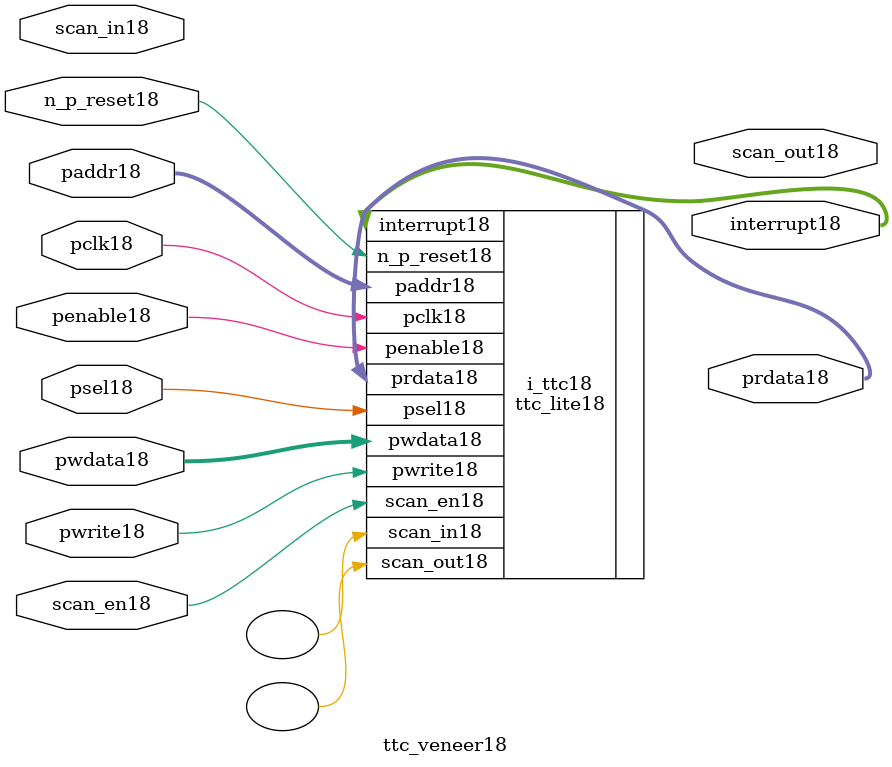
<source format=v>
module ttc_veneer18 (
           
           //inputs18
           n_p_reset18,
           pclk18,
           psel18,
           penable18,
           pwrite18,
           pwdata18,
           paddr18,
           scan_in18,
           scan_en18,

           //outputs18
           prdata18,
           interrupt18,
           scan_out18           

           );


//-----------------------------------------------------------------------------
// PORT DECLARATIONS18
//-----------------------------------------------------------------------------

   input         n_p_reset18;            //System18 Reset18
   input         pclk18;                 //System18 clock18
   input         psel18;                 //Select18 line
   input         penable18;              //Enable18
   input         pwrite18;               //Write line, 1 for write, 0 for read
   input [31:0]  pwdata18;               //Write data
   input [7:0]   paddr18;                //Address Bus18 register
   input         scan_in18;              //Scan18 chain18 input port
   input         scan_en18;              //Scan18 chain18 enable port
   
   output [31:0] prdata18;               //Read Data from the APB18 Interface18
   output [3:1]  interrupt18;            //Interrupt18 from PCI18 
   output        scan_out18;             //Scan18 chain18 output port

//##############################################################################
// if the TTC18 is NOT18 black18 boxed18 
//##############################################################################
`ifndef FV_KIT_BLACK_BOX_TTC18 

ttc_lite18 i_ttc18(

   //inputs18
   .n_p_reset18(n_p_reset18),
   .pclk18(pclk18),
   .psel18(psel18),
   .penable18(penable18),
   .pwrite18(pwrite18),
   .pwdata18(pwdata18),
   .paddr18(paddr18),
   .scan_in18(),
   .scan_en18(scan_en18),

   //outputs18
   .prdata18(prdata18),
   .interrupt18(interrupt18),
   .scan_out18()
);

`else 
//##############################################################################
// if the TTC18 is black18 boxed18 
//##############################################################################

   wire          n_p_reset18;            //System18 Reset18
   wire          pclk18;                 //System18 clock18
   wire          psel18;                 //Select18 line
   wire          penable18;              //Enable18
   wire          pwrite18;               //Write line, 1 for write, 0 for read
   wire  [31:0]  pwdata18;               //Write data
   wire  [7:0]   paddr18;                //Address Bus18 register
   wire          scan_in18;              //Scan18 chain18 wire  port
   wire          scan_en18;              //Scan18 chain18 enable port
   
   reg    [31:0] prdata18;               //Read Data from the APB18 Interface18
   reg    [3:1]  interrupt18;            //Interrupt18 from PCI18 
   reg           scan_out18;             //Scan18 chain18 reg    port

`endif
//##############################################################################
// black18 boxed18 defines18 
//##############################################################################

endmodule

</source>
